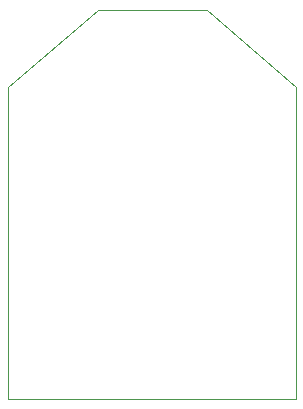
<source format=gbr>
G04 #@! TF.FileFunction,Profile,NP*
%FSLAX46Y46*%
G04 Gerber Fmt 4.6, Leading zero omitted, Abs format (unit mm)*
G04 Created by KiCad (PCBNEW 4.0.4-stable) date 01/02/17 13:14:06*
%MOMM*%
%LPD*%
G01*
G04 APERTURE LIST*
%ADD10C,0.100000*%
G04 APERTURE END LIST*
D10*
X195370000Y-104510000D02*
X195370000Y-130920000D01*
X170990000Y-104510000D02*
X170990000Y-130920000D01*
X178600000Y-97990000D02*
X170990000Y-104510000D01*
X187820000Y-97990000D02*
X178600000Y-97990000D01*
X195360000Y-104510000D02*
X187820000Y-97990000D01*
X170990000Y-130920000D02*
X195370000Y-130920000D01*
M02*

</source>
